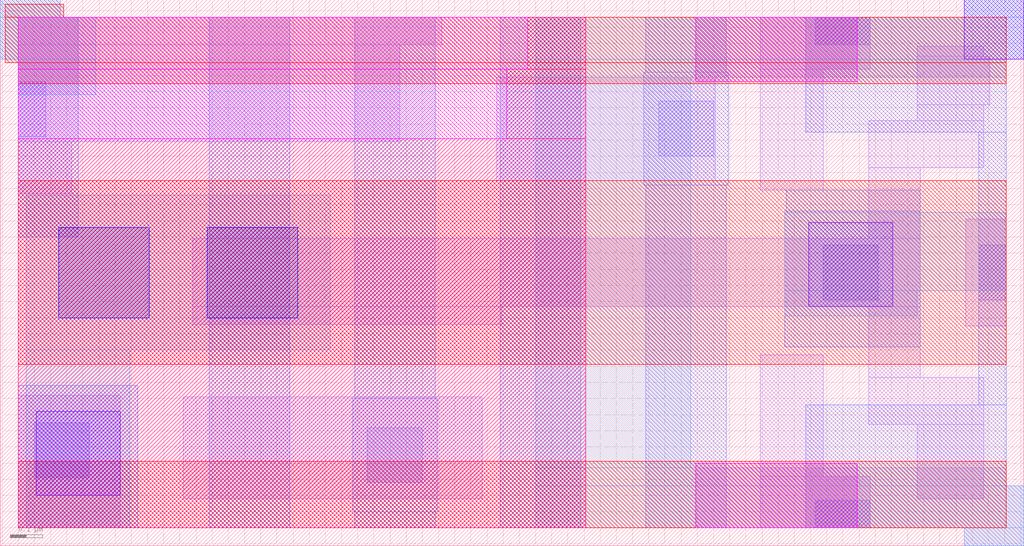
<source format=lef>
# Copyright 2020 The SkyWater PDK Authors
#
# Licensed under the Apache License, Version 2.0 (the "License");
# you may not use this file except in compliance with the License.
# You may obtain a copy of the License at
#
#     https://www.apache.org/licenses/LICENSE-2.0
#
# Unless required by applicable law or agreed to in writing, software
# distributed under the License is distributed on an "AS IS" BASIS,
# WITHOUT WARRANTIES OR CONDITIONS OF ANY KIND, either express or implied.
# See the License for the specific language governing permissions and
# limitations under the License.
#
# SPDX-License-Identifier: Apache-2.0

VERSION 5.7 ;
  NOWIREEXTENSIONATPIN ON ;
  DIVIDERCHAR "/" ;
  BUSBITCHARS "[]" ;
MACRO sky130_fd_bd_sram__sram_dp_swldrv_opt4a
  CLASS BLOCK ;
  FOREIGN sky130_fd_bd_sram__sram_dp_swldrv_opt4a ;
  ORIGIN  0.055000  0.055000 ;
  SIZE  3.165000 BY  1.690000 ;
  OBS
    LAYER li1 ;
      RECT 0.000000 0.000000 0.315000 0.410000 ;
      RECT 0.000000 1.035000 0.165000 1.195000 ;
      RECT 0.000000 1.195000 1.180000 1.495000 ;
      RECT 0.000000 1.495000 1.310000 1.580000 ;
      RECT 0.510000 0.090000 1.435000 0.405000 ;
      RECT 0.540000 0.630000 1.495000 0.685000 ;
      RECT 0.540000 0.685000 2.790000 0.895000 ;
      RECT 1.480000 1.075000 2.155000 1.395000 ;
      RECT 2.295000 0.000000 2.635000 0.160000 ;
      RECT 2.295000 0.160000 2.490000 0.535000 ;
      RECT 2.295000 1.045000 2.490000 1.420000 ;
      RECT 2.295000 1.420000 2.635000 1.580000 ;
      RECT 2.630000 0.320000 2.985000 0.465000 ;
      RECT 2.630000 0.465000 2.790000 0.685000 ;
      RECT 2.630000 0.895000 2.790000 1.115000 ;
      RECT 2.630000 1.115000 2.985000 1.260000 ;
      RECT 2.780000 0.090000 2.985000 0.320000 ;
      RECT 2.780000 1.260000 2.985000 1.310000 ;
      RECT 2.780000 1.310000 3.005000 1.460000 ;
      RECT 2.780000 1.460000 2.985000 1.490000 ;
      RECT 2.930000 0.625000 3.055000 0.955000 ;
    LAYER mcon ;
      RECT 0.000000 1.210000 0.085000 1.380000 ;
      RECT 0.050000 0.155000 0.220000 0.325000 ;
      RECT 1.080000 0.140000 1.250000 0.310000 ;
      RECT 1.980000 1.150000 2.150000 1.320000 ;
      RECT 2.465000 0.000000 2.635000 0.085000 ;
      RECT 2.465000 1.495000 2.635000 1.580000 ;
      RECT 2.490000 0.705000 2.660000 0.875000 ;
      RECT 2.970000 0.705000 3.055000 0.875000 ;
    LAYER met1 ;
      RECT -0.055000  1.450000 0.185000 1.580000 ;
      RECT -0.055000  1.580000 0.130000 1.635000 ;
      RECT  0.000000  0.000000 0.370000 0.440000 ;
      RECT  0.000000  0.900000 0.185000 1.450000 ;
      RECT  0.590000  0.000000 0.840000 1.580000 ;
      RECT  1.035000  0.050000 1.295000 0.400000 ;
      RECT  1.040000  0.000000 1.290000 0.050000 ;
      RECT  1.040000  0.400000 1.290000 1.580000 ;
      RECT  1.490000  0.000000 1.740000 1.580000 ;
      RECT  1.935000  1.060000 2.195000 1.410000 ;
      RECT  1.940000  0.000000 2.190000 1.060000 ;
      RECT  1.940000  1.410000 2.190000 1.580000 ;
      RECT  2.370000  0.560000 2.790000 0.980000 ;
      RECT  2.375000  0.980000 2.790000 1.045000 ;
      RECT  2.435000  0.000000 3.110000 0.130000 ;
      RECT  2.435000  0.130000 3.055000 0.380000 ;
      RECT  2.435000  1.225000 3.055000 1.450000 ;
      RECT  2.435000  1.450000 3.110000 1.580000 ;
      RECT  2.925000 -0.055000 3.110000 0.000000 ;
      RECT  2.925000  1.580000 3.110000 1.635000 ;
      RECT  2.970000  0.380000 3.055000 1.225000 ;
    LAYER met2 ;
      RECT -0.055000  1.450000 0.240000 1.580000 ;
      RECT -0.055000  1.580000 0.140000 1.620000 ;
      RECT -0.055000  1.620000 0.130000 1.635000 ;
      RECT -0.040000  1.440000 0.240000 1.450000 ;
      RECT  0.000000  1.340000 0.240000 1.440000 ;
      RECT  0.025000  0.000000 0.345000 0.550000 ;
      RECT  0.025000  0.550000 0.965000 1.030000 ;
      RECT  1.600000  0.000000 3.110000 0.130000 ;
      RECT  1.600000  0.130000 3.055000 0.185000 ;
      RECT  1.600000  0.185000 2.080000 1.395000 ;
      RECT  1.600000  1.395000 3.055000 1.450000 ;
      RECT  1.600000  1.450000 3.110000 1.580000 ;
      RECT  2.370000  0.655000 2.780000 0.735000 ;
      RECT  2.370000  0.735000 3.055000 0.975000 ;
      RECT  2.925000 -0.055000 3.110000 0.000000 ;
      RECT  2.925000  1.580000 3.110000 1.635000 ;
    LAYER met3 ;
      RECT -0.040000 1.440000 3.055000 1.580000 ;
      RECT -0.040000 1.580000 0.140000 1.620000 ;
      RECT  0.000000 0.000000 3.055000 0.205000 ;
      RECT  0.000000 0.505000 3.055000 1.075000 ;
      RECT  0.000000 1.375000 3.055000 1.440000 ;
    LAYER nwell ;
      RECT 0.000000 0.000000 1.755000 1.205000 ;
    LAYER nwell ;
      RECT 1.510000 1.205000 1.755000 1.420000 ;
    LAYER nwell ;
      RECT 1.575000 1.420000 1.755000 1.580000 ;
    LAYER pwell ;
      RECT 0.000000 1.205000 1.510000 1.420000 ;
    LAYER pwell ;
      RECT 0.000000 1.420000 1.575000 1.580000 ;
    LAYER pwell ;
      RECT 2.095000 0.000000 2.595000 0.200000 ;
    LAYER pwell ;
      RECT 2.095000 1.380000 2.595000 1.580000 ;
    LAYER via ;
      RECT 0.055000 0.100000 0.315000 0.360000 ;
      RECT 2.445000 0.685000 2.705000 0.945000 ;
      RECT 2.925000 1.450000 3.110000 1.635000 ;
    LAYER via2 ;
      RECT 0.125000 0.650000 0.405000 0.930000 ;
      RECT 0.585000 0.650000 0.865000 0.930000 ;
  END
END sky130_fd_bd_sram__sram_dp_swldrv_opt4a
END LIBRARY

</source>
